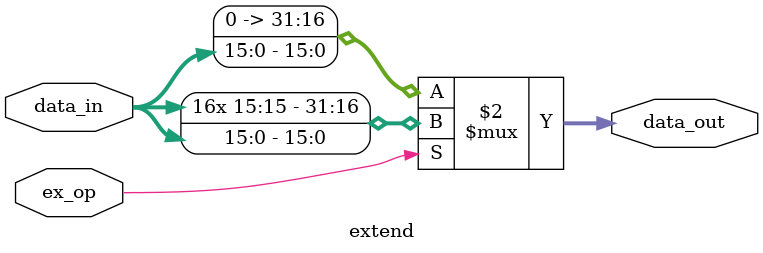
<source format=v>
`timescale 1ns/1ns

module extend(
	input ex_op, // 0-> 0 extend 1-> sign extend
	input [15:0] data_in,
	output [31:0] data_out
);
	assign data_out = (ex_op=='b1)?{{16{data_in[15]}},data_in}:{16'b0,data_in};
endmodule
</source>
